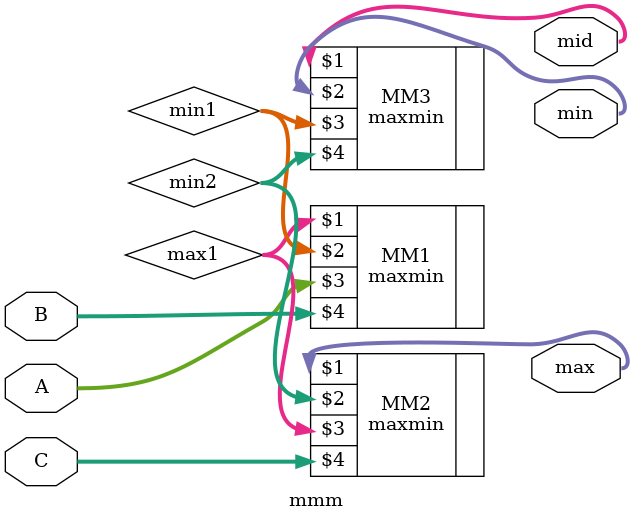
<source format=v>
 module mmm (max,mid, min,A,B,C);
      input [7:0] A,B,C;
  output [7:0] max,mid,min;
  
  wire [7:0] max1,min1;
  wire [7:0] max,min2;
  wire [7:0] mid,min;
  
  
  maxmin MM1 (max1,min1, A,B);
    
  maxmin MM2 (max,min2, max1,C);
    
  maxmin MM3 (mid,min, min1,min2);
  
    endmodule
</source>
